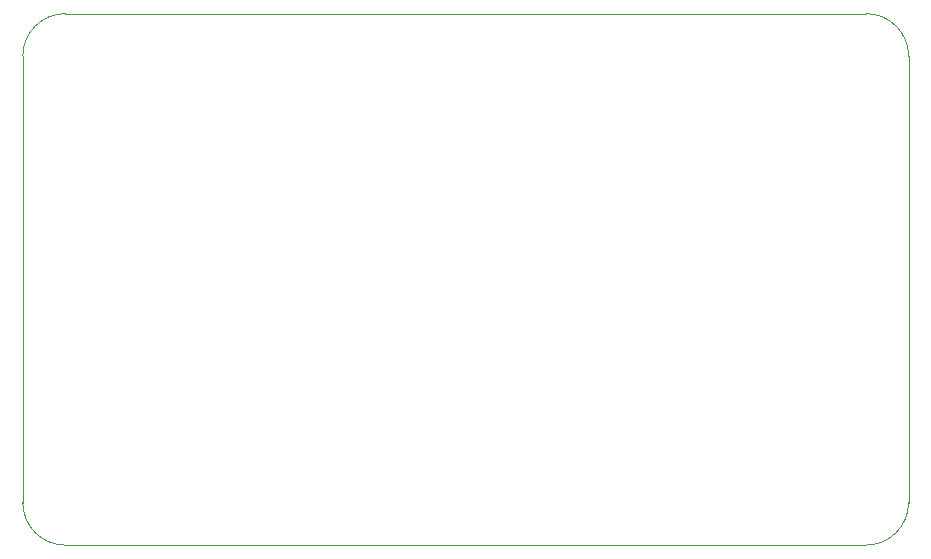
<source format=gm1>
%TF.GenerationSoftware,KiCad,Pcbnew,7.0.10*%
%TF.CreationDate,2024-06-27T09:55:29+02:00*%
%TF.ProjectId,SolarCurveTracer,536f6c61-7243-4757-9276-655472616365,v1.1*%
%TF.SameCoordinates,Original*%
%TF.FileFunction,Profile,NP*%
%FSLAX46Y46*%
G04 Gerber Fmt 4.6, Leading zero omitted, Abs format (unit mm)*
G04 Created by KiCad (PCBNEW 7.0.10) date 2024-06-27 09:55:29*
%MOMM*%
%LPD*%
G01*
G04 APERTURE LIST*
%TA.AperFunction,Profile*%
%ADD10C,0.100000*%
%TD*%
G04 APERTURE END LIST*
D10*
X109999999Y-121400001D02*
G75*
G03*
X113599999Y-125000001I3600001J1D01*
G01*
X181400001Y-125000001D02*
X113599999Y-125000001D01*
X185000001Y-83599999D02*
X185000001Y-121400001D01*
X185000001Y-83599999D02*
G75*
G03*
X181400001Y-79999999I-3600001J-1D01*
G01*
X181400001Y-125000001D02*
G75*
G03*
X185000001Y-121400001I-1J3600001D01*
G01*
X113600000Y-80000000D02*
X181400001Y-79999999D01*
X113600000Y-80000000D02*
G75*
G03*
X110000000Y-83600000I0J-3600000D01*
G01*
X109999999Y-121400001D02*
X110000000Y-83600000D01*
M02*

</source>
